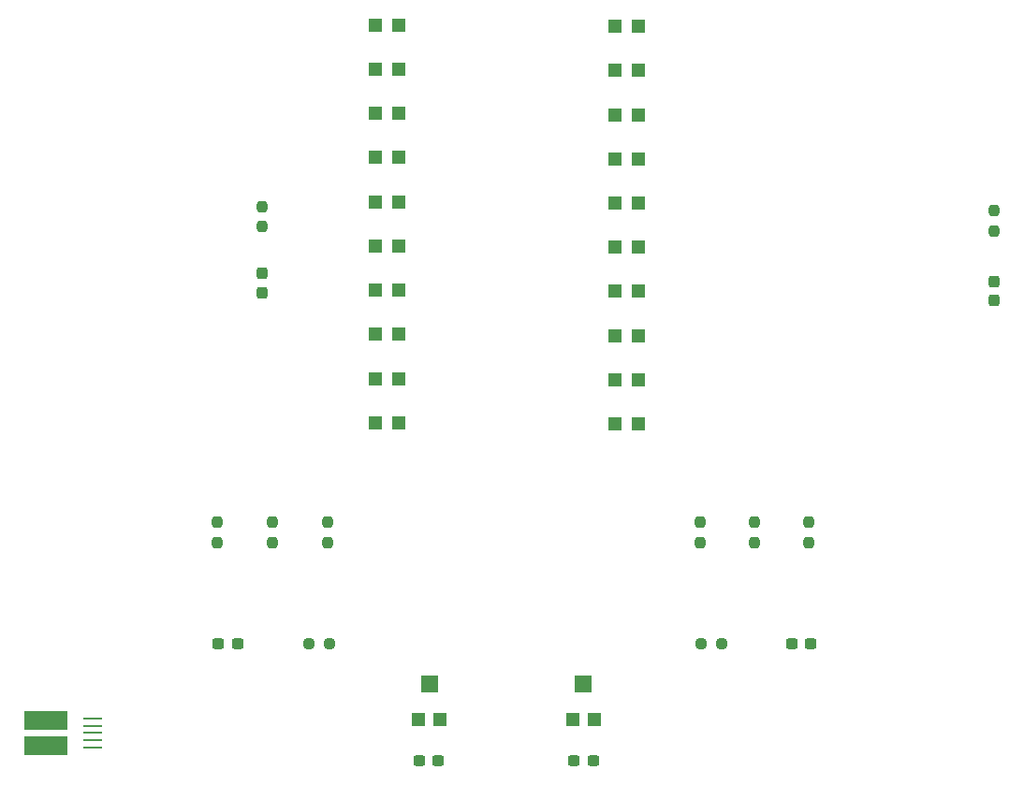
<source format=gtp>
G04 #@! TF.GenerationSoftware,KiCad,Pcbnew,(6.0.7)*
G04 #@! TF.CreationDate,2022-07-31T23:48:51-04:00*
G04 #@! TF.ProjectId,VUmeter,56556d65-7465-4722-9e6b-696361645f70,rev?*
G04 #@! TF.SameCoordinates,Original*
G04 #@! TF.FileFunction,Paste,Top*
G04 #@! TF.FilePolarity,Positive*
%FSLAX46Y46*%
G04 Gerber Fmt 4.6, Leading zero omitted, Abs format (unit mm)*
G04 Created by KiCad (PCBNEW (6.0.7)) date 2022-07-31 23:48:51*
%MOMM*%
%LPD*%
G01*
G04 APERTURE LIST*
G04 Aperture macros list*
%AMRoundRect*
0 Rectangle with rounded corners*
0 $1 Rounding radius*
0 $2 $3 $4 $5 $6 $7 $8 $9 X,Y pos of 4 corners*
0 Add a 4 corners polygon primitive as box body*
4,1,4,$2,$3,$4,$5,$6,$7,$8,$9,$2,$3,0*
0 Add four circle primitives for the rounded corners*
1,1,$1+$1,$2,$3*
1,1,$1+$1,$4,$5*
1,1,$1+$1,$6,$7*
1,1,$1+$1,$8,$9*
0 Add four rect primitives between the rounded corners*
20,1,$1+$1,$2,$3,$4,$5,0*
20,1,$1+$1,$4,$5,$6,$7,0*
20,1,$1+$1,$6,$7,$8,$9,0*
20,1,$1+$1,$8,$9,$2,$3,0*%
G04 Aperture macros list end*
%ADD10R,1.200000X1.200000*%
%ADD11RoundRect,0.237500X0.237500X-0.250000X0.237500X0.250000X-0.237500X0.250000X-0.237500X-0.250000X0*%
%ADD12R,1.600000X1.500000*%
%ADD13RoundRect,0.237500X-0.300000X-0.237500X0.300000X-0.237500X0.300000X0.237500X-0.300000X0.237500X0*%
%ADD14RoundRect,0.237500X-0.250000X-0.237500X0.250000X-0.237500X0.250000X0.237500X-0.250000X0.237500X0*%
%ADD15RoundRect,0.237500X-0.237500X0.250000X-0.237500X-0.250000X0.237500X-0.250000X0.237500X0.250000X0*%
%ADD16RoundRect,0.237500X0.250000X0.237500X-0.250000X0.237500X-0.250000X-0.237500X0.250000X-0.237500X0*%
%ADD17R,1.700000X0.250000*%
%ADD18R,3.900000X1.800000*%
%ADD19RoundRect,0.237500X0.300000X0.237500X-0.300000X0.237500X-0.300000X-0.237500X0.300000X-0.237500X0*%
%ADD20RoundRect,0.237500X-0.237500X0.300000X-0.237500X-0.300000X0.237500X-0.300000X0.237500X0.300000X0*%
G04 APERTURE END LIST*
D10*
X185823800Y-99055000D03*
X187923800Y-99055000D03*
D11*
X153924000Y-105202500D03*
X153924000Y-103377500D03*
D10*
X166276200Y-98945000D03*
X164176200Y-98945000D03*
X185823800Y-87055000D03*
X187923800Y-87055000D03*
X185823800Y-103055000D03*
X187923800Y-103055000D03*
D11*
X203343800Y-133754500D03*
X203343800Y-131929500D03*
D10*
X168050000Y-149800000D03*
D12*
X169050000Y-146550000D03*
D10*
X170050000Y-149800000D03*
D11*
X198438000Y-133754500D03*
X198438000Y-131929500D03*
D13*
X182138500Y-153550000D03*
X183863500Y-153550000D03*
D14*
X193635800Y-142915500D03*
X195460800Y-142915500D03*
D10*
X166276200Y-106945000D03*
X164176200Y-106945000D03*
X185823800Y-91055000D03*
X187923800Y-91055000D03*
D11*
X220139800Y-105560500D03*
X220139800Y-103735500D03*
D10*
X166276200Y-118945000D03*
X164176200Y-118945000D03*
X166276200Y-122945000D03*
X164176200Y-122945000D03*
X166276200Y-94945000D03*
X164176200Y-94945000D03*
D15*
X159830000Y-131929500D03*
X159830000Y-133754500D03*
D10*
X166276200Y-110945000D03*
X164176200Y-110945000D03*
D13*
X168137500Y-153550000D03*
X169862500Y-153550000D03*
D16*
X160016500Y-142915500D03*
X158191500Y-142915500D03*
D10*
X166276200Y-102945000D03*
X164176200Y-102945000D03*
X166276200Y-114945000D03*
X164176200Y-114945000D03*
X166276200Y-90945000D03*
X164176200Y-90945000D03*
D11*
X149830000Y-133754500D03*
X149830000Y-131929500D03*
D10*
X185823800Y-95055000D03*
X187923800Y-95055000D03*
X185823800Y-111055000D03*
X187923800Y-111055000D03*
D17*
X138575000Y-149700000D03*
X138575000Y-150350000D03*
X138575000Y-151000000D03*
X138575000Y-151650000D03*
X138575000Y-152300000D03*
D18*
X134375000Y-152150000D03*
X134375000Y-149850000D03*
D11*
X154830000Y-133754500D03*
X154830000Y-131929500D03*
D10*
X182001000Y-149800000D03*
D12*
X183001000Y-146550000D03*
D10*
X184001000Y-149800000D03*
D11*
X193532300Y-133754500D03*
X193532300Y-131929500D03*
D10*
X185823800Y-119055000D03*
X187923800Y-119055000D03*
D19*
X151692500Y-142929500D03*
X149967500Y-142929500D03*
D20*
X153924000Y-109427500D03*
X153924000Y-111152500D03*
D10*
X166276200Y-86945000D03*
X164176200Y-86945000D03*
X185823800Y-115055000D03*
X187923800Y-115055000D03*
X185823800Y-107055000D03*
X187923800Y-107055000D03*
D20*
X220139800Y-110135500D03*
X220139800Y-111860500D03*
D10*
X185823800Y-123055000D03*
X187923800Y-123055000D03*
D13*
X201813800Y-142929500D03*
X203538800Y-142929500D03*
M02*

</source>
